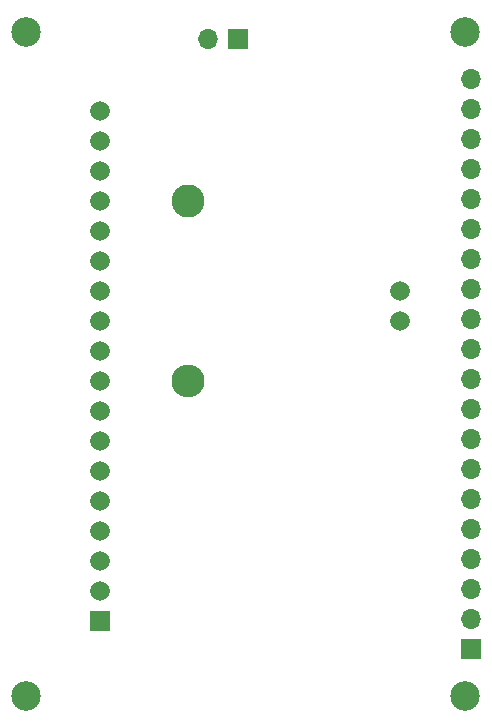
<source format=gbr>
%TF.GenerationSoftware,KiCad,Pcbnew,7.0.7*%
%TF.CreationDate,2023-09-19T20:44:50-06:00*%
%TF.ProjectId,hygienie_pcb,68796769-656e-4696-955f-7063622e6b69,00*%
%TF.SameCoordinates,Original*%
%TF.FileFunction,Soldermask,Bot*%
%TF.FilePolarity,Negative*%
%FSLAX46Y46*%
G04 Gerber Fmt 4.6, Leading zero omitted, Abs format (unit mm)*
G04 Created by KiCad (PCBNEW 7.0.7) date 2023-09-19 20:44:50*
%MOMM*%
%LPD*%
G01*
G04 APERTURE LIST*
%ADD10C,1.665000*%
%ADD11R,1.665000X1.665000*%
%ADD12C,2.500000*%
%ADD13R,1.700000X1.700000*%
%ADD14O,1.700000X1.700000*%
%ADD15O,2.800000X2.800000*%
%ADD16C,2.800000*%
G04 APERTURE END LIST*
D10*
%TO.C,FireBeetle1*%
X125250000Y-99115000D03*
X125250000Y-101655000D03*
X99850000Y-83875000D03*
X99850000Y-86415000D03*
X99850000Y-88955000D03*
X99850000Y-91495000D03*
X99850000Y-94035000D03*
X99850000Y-96575000D03*
X99850000Y-99115000D03*
X99850000Y-101655000D03*
X99850000Y-104195000D03*
X99850000Y-106735000D03*
X99850000Y-109275000D03*
X99850000Y-111815000D03*
X99850000Y-114355000D03*
X99850000Y-116895000D03*
X99850000Y-119435000D03*
X99850000Y-121975000D03*
X99850000Y-124515000D03*
D11*
X99850000Y-127055000D03*
%TD*%
D12*
%TO.C,H4*%
X93590000Y-133370000D03*
%TD*%
%TO.C,H3*%
X93590000Y-77170000D03*
%TD*%
%TO.C,H2*%
X130690000Y-133370000D03*
%TD*%
%TO.C,H1*%
X130690000Y-77170000D03*
%TD*%
D13*
%TO.C,LCD1*%
X131200000Y-129390000D03*
D14*
X131200000Y-126850000D03*
X131200000Y-124310000D03*
X131200000Y-121770000D03*
X131200000Y-119230000D03*
X131200000Y-116690000D03*
X131200000Y-114150000D03*
X131200000Y-111610000D03*
X131200000Y-109070000D03*
X131200000Y-106530000D03*
X131200000Y-103990000D03*
X131200000Y-101450000D03*
X131200000Y-98910000D03*
X131200000Y-96370000D03*
X131200000Y-93830000D03*
X131200000Y-91290000D03*
X131200000Y-88750000D03*
X131200000Y-86210000D03*
X131200000Y-83670000D03*
X131200000Y-81130000D03*
%TD*%
D15*
%TO.C,SW1*%
X107250000Y-106740000D03*
D16*
X107250000Y-91500000D03*
%TD*%
D14*
%TO.C,PWR1*%
X108960000Y-77750000D03*
D13*
X111500000Y-77750000D03*
%TD*%
M02*

</source>
